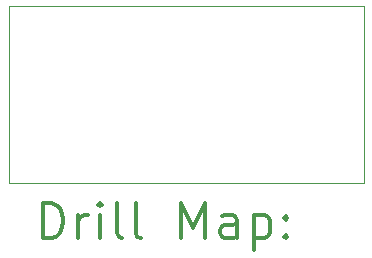
<source format=gbr>
%FSLAX45Y45*%
G04 Gerber Fmt 4.5, Leading zero omitted, Abs format (unit mm)*
G04 Created by KiCad (PCBNEW (5.1.6)-1) date 2020-10-08 19:10:53*
%MOMM*%
%LPD*%
G01*
G04 APERTURE LIST*
%TA.AperFunction,Profile*%
%ADD10C,0.050000*%
%TD*%
%ADD11C,0.200000*%
%ADD12C,0.300000*%
G04 APERTURE END LIST*
D10*
X4500000Y-3000000D02*
X1500000Y-3000000D01*
X4500000Y-1500000D02*
X4500000Y-3000000D01*
X1500000Y-1500000D02*
X4500000Y-1500000D01*
X1500000Y-1500000D02*
X1500000Y-3000000D01*
D11*
D12*
X1783928Y-3468214D02*
X1783928Y-3168214D01*
X1855357Y-3168214D01*
X1898214Y-3182500D01*
X1926786Y-3211071D01*
X1941071Y-3239643D01*
X1955357Y-3296786D01*
X1955357Y-3339643D01*
X1941071Y-3396786D01*
X1926786Y-3425357D01*
X1898214Y-3453929D01*
X1855357Y-3468214D01*
X1783928Y-3468214D01*
X2083928Y-3468214D02*
X2083928Y-3268214D01*
X2083928Y-3325357D02*
X2098214Y-3296786D01*
X2112500Y-3282500D01*
X2141071Y-3268214D01*
X2169643Y-3268214D01*
X2269643Y-3468214D02*
X2269643Y-3268214D01*
X2269643Y-3168214D02*
X2255357Y-3182500D01*
X2269643Y-3196786D01*
X2283928Y-3182500D01*
X2269643Y-3168214D01*
X2269643Y-3196786D01*
X2455357Y-3468214D02*
X2426786Y-3453929D01*
X2412500Y-3425357D01*
X2412500Y-3168214D01*
X2612500Y-3468214D02*
X2583928Y-3453929D01*
X2569643Y-3425357D01*
X2569643Y-3168214D01*
X2955357Y-3468214D02*
X2955357Y-3168214D01*
X3055357Y-3382500D01*
X3155357Y-3168214D01*
X3155357Y-3468214D01*
X3426786Y-3468214D02*
X3426786Y-3311071D01*
X3412500Y-3282500D01*
X3383928Y-3268214D01*
X3326786Y-3268214D01*
X3298214Y-3282500D01*
X3426786Y-3453929D02*
X3398214Y-3468214D01*
X3326786Y-3468214D01*
X3298214Y-3453929D01*
X3283928Y-3425357D01*
X3283928Y-3396786D01*
X3298214Y-3368214D01*
X3326786Y-3353929D01*
X3398214Y-3353929D01*
X3426786Y-3339643D01*
X3569643Y-3268214D02*
X3569643Y-3568214D01*
X3569643Y-3282500D02*
X3598214Y-3268214D01*
X3655357Y-3268214D01*
X3683928Y-3282500D01*
X3698214Y-3296786D01*
X3712500Y-3325357D01*
X3712500Y-3411071D01*
X3698214Y-3439643D01*
X3683928Y-3453929D01*
X3655357Y-3468214D01*
X3598214Y-3468214D01*
X3569643Y-3453929D01*
X3841071Y-3439643D02*
X3855357Y-3453929D01*
X3841071Y-3468214D01*
X3826786Y-3453929D01*
X3841071Y-3439643D01*
X3841071Y-3468214D01*
X3841071Y-3282500D02*
X3855357Y-3296786D01*
X3841071Y-3311071D01*
X3826786Y-3296786D01*
X3841071Y-3282500D01*
X3841071Y-3311071D01*
M02*

</source>
